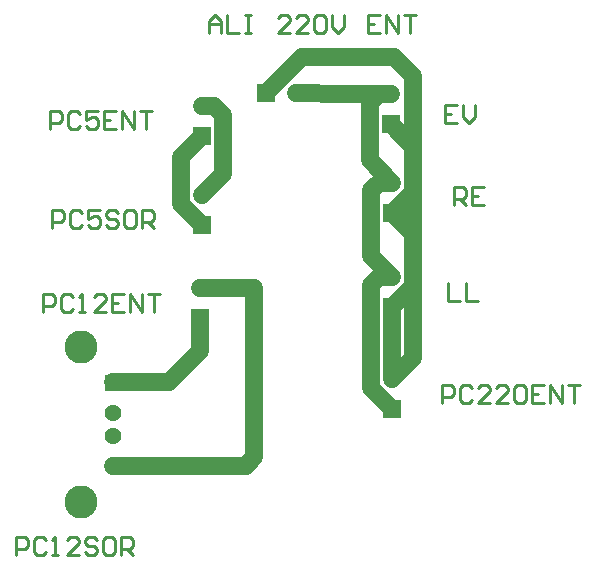
<source format=gtl>
%FSLAX25Y25*%
%MOIN*%
G70*
G01*
G75*
G04 Layer_Physical_Order=1*
G04 Layer_Color=255*
%ADD10C,0.06000*%
%ADD11C,0.01000*%
%ADD12R,0.05622X0.05622*%
%ADD13C,0.05622*%
%ADD14C,0.11024*%
%ADD15C,0.05906*%
%ADD16R,0.05906X0.05906*%
%ADD17R,0.05906X0.05906*%
D10*
X315000Y325000D02*
X325500Y335500D01*
X296536Y325000D02*
X315000D01*
X325500Y335500D02*
Y346500D01*
Y356500D02*
X343500D01*
Y300000D02*
Y356500D01*
X340720Y297220D02*
X343500Y300000D01*
X296315Y297220D02*
X340720D01*
X389500Y326000D02*
Y350000D01*
X319000Y384500D02*
X326000Y377500D01*
X319000Y384500D02*
Y400000D01*
X326000Y407000D01*
Y417000D02*
X330000D01*
X333000Y414000D01*
Y394500D02*
Y414000D01*
X326000Y387500D02*
X333000Y394500D01*
X385000Y391500D02*
X389500D01*
X382500Y389000D02*
X385000Y391500D01*
X382500Y367000D02*
Y389000D01*
Y367000D02*
X389500Y360000D01*
Y381500D02*
X396500Y374500D01*
Y357000D02*
Y374500D01*
X389500Y350000D02*
X396500Y357000D01*
X382000Y418000D02*
X385000Y421000D01*
X382000Y399000D02*
Y418000D01*
Y399000D02*
X389500Y391500D01*
Y381500D02*
X396500Y388500D01*
X389000Y411000D02*
X396500Y403500D01*
X389500Y326000D02*
X396500Y333000D01*
X390000Y433500D02*
X396500Y427000D01*
X359500Y433500D02*
X390000D01*
X347500Y421500D02*
X359500Y433500D01*
X382500Y323000D02*
X389500Y316000D01*
X382500Y323000D02*
Y357500D01*
X385000Y360000D01*
X389500D01*
X357500Y421500D02*
X373800Y421000D01*
X385000D01*
X389000D01*
X396500Y333000D02*
Y357000D01*
Y374500D02*
Y388500D01*
Y403500D01*
Y427000D01*
D11*
X328500Y441500D02*
Y445499D01*
X330499Y447498D01*
X332499Y445499D01*
Y441500D01*
Y444499D01*
X328500D01*
X334498Y447498D02*
Y441500D01*
X338497D01*
X340496Y447498D02*
X342495D01*
X341496D01*
Y441500D01*
X340496D01*
X342495D01*
X355491D02*
X351493D01*
X355491Y445499D01*
Y446498D01*
X354492Y447498D01*
X352492D01*
X351493Y446498D01*
X361489Y441500D02*
X357491D01*
X361489Y445499D01*
Y446498D01*
X360490Y447498D01*
X358490D01*
X357491Y446498D01*
X363489D02*
X364488Y447498D01*
X366488D01*
X367487Y446498D01*
Y442500D01*
X366488Y441500D01*
X364488D01*
X363489Y442500D01*
Y446498D01*
X369487Y447498D02*
Y443499D01*
X371486Y441500D01*
X373485Y443499D01*
Y447498D01*
X385482D02*
X381483D01*
Y441500D01*
X385482D01*
X381483Y444499D02*
X383482D01*
X387481Y441500D02*
Y447498D01*
X391480Y441500D01*
Y447498D01*
X393479D02*
X397478D01*
X395478D01*
Y441500D01*
X410999Y417498D02*
X407000D01*
Y411500D01*
X410999D01*
X407000Y414499D02*
X408999D01*
X412998Y417498D02*
Y413499D01*
X414997Y411500D01*
X416997Y413499D01*
Y417498D01*
X410000Y384000D02*
Y389998D01*
X412999D01*
X413999Y388998D01*
Y386999D01*
X412999Y385999D01*
X410000D01*
X411999D02*
X413999Y384000D01*
X419997Y389998D02*
X415998D01*
Y384000D01*
X419997D01*
X415998Y386999D02*
X417997D01*
X408000Y357998D02*
Y352000D01*
X411999D01*
X413998Y357998D02*
Y352000D01*
X417997D01*
X406000Y318000D02*
Y323998D01*
X408999D01*
X409999Y322998D01*
Y320999D01*
X408999Y319999D01*
X406000D01*
X415997Y322998D02*
X414997Y323998D01*
X412998D01*
X411998Y322998D01*
Y319000D01*
X412998Y318000D01*
X414997D01*
X415997Y319000D01*
X421995Y318000D02*
X417996D01*
X421995Y321999D01*
Y322998D01*
X420995Y323998D01*
X418996D01*
X417996Y322998D01*
X427993Y318000D02*
X423994D01*
X427993Y321999D01*
Y322998D01*
X426993Y323998D01*
X424994D01*
X423994Y322998D01*
X429992D02*
X430992Y323998D01*
X432991D01*
X433991Y322998D01*
Y319000D01*
X432991Y318000D01*
X430992D01*
X429992Y319000D01*
Y322998D01*
X439989Y323998D02*
X435990D01*
Y318000D01*
X439989D01*
X435990Y320999D02*
X437990D01*
X441988Y318000D02*
Y323998D01*
X445987Y318000D01*
Y323998D01*
X447986D02*
X451985D01*
X449986D01*
Y318000D01*
X264000Y267500D02*
Y273498D01*
X266999D01*
X267999Y272498D01*
Y270499D01*
X266999Y269499D01*
X264000D01*
X273997Y272498D02*
X272997Y273498D01*
X270998D01*
X269998Y272498D01*
Y268500D01*
X270998Y267500D01*
X272997D01*
X273997Y268500D01*
X275996Y267500D02*
X277995D01*
X276996D01*
Y273498D01*
X275996Y272498D01*
X284993Y267500D02*
X280995D01*
X284993Y271499D01*
Y272498D01*
X283994Y273498D01*
X281994D01*
X280995Y272498D01*
X290991D02*
X289992Y273498D01*
X287992D01*
X286993Y272498D01*
Y271499D01*
X287992Y270499D01*
X289992D01*
X290991Y269499D01*
Y268500D01*
X289992Y267500D01*
X287992D01*
X286993Y268500D01*
X295990Y273498D02*
X293990D01*
X292991Y272498D01*
Y268500D01*
X293990Y267500D01*
X295990D01*
X296989Y268500D01*
Y272498D01*
X295990Y273498D01*
X298989Y267500D02*
Y273498D01*
X301988D01*
X302987Y272498D01*
Y270499D01*
X301988Y269499D01*
X298989D01*
X300988D02*
X302987Y267500D01*
X272998Y348500D02*
Y354498D01*
X275997D01*
X276997Y353498D01*
Y351499D01*
X275997Y350499D01*
X272998D01*
X282995Y353498D02*
X281995Y354498D01*
X279996D01*
X278996Y353498D01*
Y349500D01*
X279996Y348500D01*
X281995D01*
X282995Y349500D01*
X284994Y348500D02*
X286994D01*
X285994D01*
Y354498D01*
X284994Y353498D01*
X293991Y348500D02*
X289993D01*
X293991Y352499D01*
Y353498D01*
X292992Y354498D01*
X290992D01*
X289993Y353498D01*
X299989Y354498D02*
X295991D01*
Y348500D01*
X299989D01*
X295991Y351499D02*
X297990D01*
X301989Y348500D02*
Y354498D01*
X305987Y348500D01*
Y354498D01*
X307987D02*
X311985D01*
X309986D01*
Y348500D01*
X276000Y376500D02*
Y382498D01*
X278999D01*
X279999Y381498D01*
Y379499D01*
X278999Y378499D01*
X276000D01*
X285997Y381498D02*
X284997Y382498D01*
X282998D01*
X281998Y381498D01*
Y377500D01*
X282998Y376500D01*
X284997D01*
X285997Y377500D01*
X291995Y382498D02*
X287996D01*
Y379499D01*
X289996Y380499D01*
X290995D01*
X291995Y379499D01*
Y377500D01*
X290995Y376500D01*
X288996D01*
X287996Y377500D01*
X297993Y381498D02*
X296993Y382498D01*
X294994D01*
X293994Y381498D01*
Y380499D01*
X294994Y379499D01*
X296993D01*
X297993Y378499D01*
Y377500D01*
X296993Y376500D01*
X294994D01*
X293994Y377500D01*
X302991Y382498D02*
X300992D01*
X299992Y381498D01*
Y377500D01*
X300992Y376500D01*
X302991D01*
X303991Y377500D01*
Y381498D01*
X302991Y382498D01*
X305990Y376500D02*
Y382498D01*
X308989D01*
X309989Y381498D01*
Y379499D01*
X308989Y378499D01*
X305990D01*
X307990D02*
X309989Y376500D01*
X275500Y409500D02*
Y415498D01*
X278499D01*
X279499Y414498D01*
Y412499D01*
X278499Y411499D01*
X275500D01*
X285497Y414498D02*
X284497Y415498D01*
X282498D01*
X281498Y414498D01*
Y410500D01*
X282498Y409500D01*
X284497D01*
X285497Y410500D01*
X291495Y415498D02*
X287496D01*
Y412499D01*
X289495Y413499D01*
X290495D01*
X291495Y412499D01*
Y410500D01*
X290495Y409500D01*
X288496D01*
X287496Y410500D01*
X297493Y415498D02*
X293494D01*
Y409500D01*
X297493D01*
X293494Y412499D02*
X295494D01*
X299492Y409500D02*
Y415498D01*
X303491Y409500D01*
Y415498D01*
X305490D02*
X309489D01*
X307490D01*
Y409500D01*
D12*
X296315Y324779D02*
D03*
D13*
Y314937D02*
D03*
Y307063D02*
D03*
Y297220D02*
D03*
D14*
X285685Y336866D02*
D03*
Y285134D02*
D03*
D15*
X326000Y417000D02*
D03*
X389500Y326000D02*
D03*
X326000Y387500D02*
D03*
X389500Y360000D02*
D03*
Y391500D02*
D03*
X325500Y356500D02*
D03*
X389000Y421000D02*
D03*
X357500Y421500D02*
D03*
D16*
X326000Y407000D02*
D03*
X389500Y316000D02*
D03*
X326000Y377500D02*
D03*
X389500Y350000D02*
D03*
Y381500D02*
D03*
X325500Y346500D02*
D03*
X389000Y411000D02*
D03*
D17*
X347500Y421500D02*
D03*
M02*

</source>
